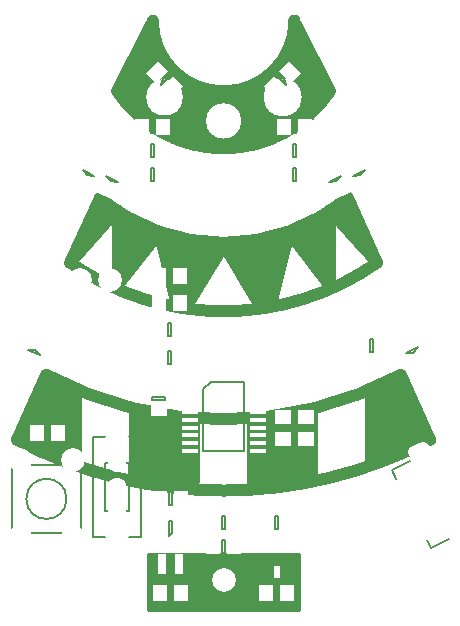
<source format=gto>
G04 #@! TF.FileFunction,Legend,Top*
%FSLAX46Y46*%
G04 Gerber Fmt 4.6, Leading zero omitted, Abs format (unit mm)*
G04 Created by KiCad (PCBNEW 4.0.2+e4-6225~38~ubuntu14.04.1-stable) date Wed 26 Oct 2016 16:13:24 BST*
%MOMM*%
G01*
G04 APERTURE LIST*
%ADD10C,0.100000*%
%ADD11C,1.000000*%
%ADD12C,0.200000*%
%ADD13C,0.150000*%
%ADD14C,0.254000*%
%ADD15C,2.000000*%
%ADD16C,1.600000*%
%ADD17R,1.150000X1.450000*%
%ADD18R,1.450000X1.150000*%
%ADD19R,0.800000X1.700000*%
%ADD20R,0.950000X0.400000*%
%ADD21R,0.600000X1.000000*%
%ADD22C,0.787000*%
%ADD23C,1.000000*%
%ADD24R,1.350000X0.450000*%
G04 APERTURE END LIST*
D10*
D11*
X146000000Y-118500000D02*
X147000000Y-120500000D01*
X146000000Y-119000000D02*
X146000000Y-120500000D01*
X145500000Y-117000000D02*
X145000000Y-116500000D01*
X145500000Y-121000000D02*
X145500000Y-117000000D01*
X144500000Y-115500000D02*
X144500000Y-121500000D01*
X144000000Y-116000000D02*
X144000000Y-121500000D01*
X143500000Y-116500000D02*
X143500000Y-121500000D01*
X143000000Y-122000000D02*
X143000000Y-116500000D01*
X113500000Y-118500000D02*
X113500000Y-121000000D01*
X114500000Y-116500000D02*
X115000000Y-116000000D01*
X114500000Y-121500000D02*
X114500000Y-116500000D01*
X115500000Y-115500000D02*
X115500000Y-121500000D01*
X116500000Y-122000000D02*
X116500000Y-116000000D01*
X136500000Y-124000000D02*
X136500000Y-118500000D01*
X135500000Y-118500000D02*
X135500000Y-124000000D01*
X134500000Y-124500000D02*
X134500000Y-118500000D01*
X133500000Y-119000000D02*
X133500000Y-124500000D01*
X126500000Y-124500000D02*
X126500000Y-119000000D01*
X125500000Y-118500000D02*
X125500000Y-124000000D01*
X123500000Y-123500000D02*
X123500000Y-124000000D01*
X124500000Y-118500000D02*
X124500000Y-124000000D01*
X123500000Y-118500000D02*
X123500000Y-123500000D01*
X117500000Y-116500000D02*
X117500000Y-122500000D01*
X122500000Y-118000000D02*
X122500000Y-123500000D01*
X127500000Y-119000000D02*
X127500000Y-124000000D01*
X142500000Y-116500000D02*
X142500000Y-122500000D01*
X137500000Y-118000000D02*
X137500000Y-123500000D01*
X132500000Y-119000000D02*
X132500000Y-124500000D01*
X145000000Y-115000000D02*
X147500000Y-120500000D01*
X112500000Y-120500000D02*
X115000000Y-115000000D01*
X112500001Y-120500000D02*
G75*
G03X147500000Y-120500000I17499999J33500000D01*
G01*
X115000000Y-115000000D02*
G75*
G03X145000000Y-115000000I15000000J28000000D01*
G01*
X130000000Y-104000000D02*
X133000000Y-109000000D01*
X130000000Y-104000000D02*
X127000000Y-109000000D01*
X123500000Y-88500000D02*
X123500000Y-89500000D01*
X124500000Y-89000000D02*
X123500000Y-88500000D01*
X124000000Y-87000000D02*
X124500000Y-89000000D01*
X122000000Y-91000000D02*
X124000000Y-87000000D01*
X122500000Y-92000000D02*
X122000000Y-91000000D01*
X137000000Y-89500000D02*
X136000000Y-88500000D01*
X135000000Y-89000000D02*
X137000000Y-89500000D01*
X136000000Y-87000000D02*
X135000000Y-89000000D01*
X138000000Y-91000000D02*
X136000000Y-87000000D01*
X137500000Y-92000000D02*
X138000000Y-91000000D01*
X131500000Y-91500000D02*
X132000000Y-92000000D01*
X132500000Y-91500000D02*
X131500000Y-91500000D01*
X133000000Y-93500000D02*
X132500000Y-91500000D01*
X132500000Y-94000000D02*
X133000000Y-93500000D01*
X132500000Y-94500000D02*
X133500000Y-94000000D01*
X132000000Y-95000000D02*
X135000000Y-94000000D01*
X127000000Y-95000000D02*
X128000000Y-95000000D01*
X126000000Y-94500000D02*
X128000000Y-94500000D01*
X125500000Y-94000000D02*
X127500000Y-94000000D01*
X128000000Y-93500000D02*
X126500000Y-93500000D01*
X128000000Y-93000000D02*
X127000000Y-93000000D01*
X128000000Y-92500000D02*
X127500000Y-92500000D01*
X128500000Y-91500000D02*
X127500000Y-91500000D01*
X127061553Y-91500000D02*
G75*
G03X127061553Y-91500000I-2061553J0D01*
G01*
X137121320Y-91500000D02*
G75*
G03X137121320Y-91500000I-2121320J0D01*
G01*
X132000000Y-93500000D02*
G75*
G03X132000000Y-93500000I-2000000J0D01*
G01*
X136000000Y-85000000D02*
X139000000Y-91000000D01*
X121000000Y-91000000D02*
X124000000Y-85000000D01*
X121000000Y-91000000D02*
G75*
G03X139000000Y-91000000I9000000J6000000D01*
G01*
X124000000Y-85000000D02*
G75*
G03X136000000Y-85000000I6000000J0D01*
G01*
X138000000Y-104000000D02*
X138000000Y-103000000D01*
X137000000Y-103000000D02*
X138000000Y-104000000D01*
X138500000Y-102500000D02*
X137000000Y-103000000D01*
X138500000Y-106000000D02*
X138500000Y-102500000D01*
X136500000Y-103000000D02*
X138500000Y-106000000D01*
X134000000Y-104500000D02*
X133000000Y-105000000D01*
X133500000Y-106000000D02*
X134000000Y-104500000D01*
X131500000Y-104500000D02*
X133500000Y-106000000D01*
X134500000Y-104000000D02*
X131500000Y-104500000D01*
X134000000Y-107500000D02*
X134500000Y-104000000D01*
X131000000Y-104500000D02*
X134000000Y-107500000D01*
X128000000Y-105000000D02*
X127000000Y-105000000D01*
X127000000Y-106500000D02*
X128000000Y-105000000D01*
X126000000Y-104000000D02*
X127000000Y-106500000D01*
X129000000Y-104500000D02*
X126000000Y-104000000D01*
X126500000Y-107500000D02*
X129000000Y-104500000D01*
X125500000Y-103500000D02*
X126500000Y-107500000D01*
X123500000Y-103500000D02*
X123000000Y-104000000D01*
X123000000Y-103500000D02*
X123500000Y-103000000D01*
X122500000Y-102500000D02*
X123000000Y-103500000D01*
X122500000Y-105000000D02*
X122500000Y-102500000D01*
X122000000Y-102500000D02*
X122500000Y-105000000D01*
X121500000Y-106000000D02*
X122000000Y-102500000D01*
X121500000Y-102000000D02*
X121500000Y-106000000D01*
X118500000Y-103000000D02*
X120000000Y-101000000D01*
X141500000Y-103000000D02*
X140000000Y-101000000D01*
X143000000Y-105500000D02*
X140500000Y-100000000D01*
X117000000Y-105500000D02*
X119500000Y-100000000D01*
X139000000Y-101000000D02*
X143000000Y-105500000D01*
X139000000Y-107500000D02*
X139000000Y-101000000D01*
X135500000Y-103000000D02*
X139000000Y-107500000D01*
X134000000Y-109000000D02*
X135500000Y-103000000D01*
X130000000Y-104000000D02*
X134000000Y-109000000D01*
X121000000Y-101000000D02*
X117000000Y-105500000D01*
X121000000Y-107500000D02*
X121000000Y-101000000D01*
X124500000Y-103000000D02*
X121000000Y-107500000D01*
X126000000Y-109000000D02*
X124500000Y-103000000D01*
X130000000Y-104000000D02*
X126000000Y-109000000D01*
X117000000Y-105500000D02*
G75*
G03X143000000Y-105500000I13000000J18500000D01*
G01*
X119500000Y-100000000D02*
G75*
G03X140500000Y-100000000I10500000J12500000D01*
G01*
D12*
X116700000Y-125500000D02*
G75*
G03X116700000Y-125500000I-1700000J0D01*
G01*
X117900000Y-128400000D02*
X112100000Y-128400000D01*
X117900000Y-122600000D02*
X117900000Y-128400000D01*
X112100000Y-122600000D02*
X117900000Y-122600000D01*
X112100000Y-128400000D02*
X112100000Y-122600000D01*
X118950000Y-128700000D02*
X118950000Y-120300000D01*
X118950000Y-120300000D02*
X123050000Y-120300000D01*
X123050000Y-120300000D02*
X123050000Y-128700000D01*
X123050000Y-128700000D02*
X118950000Y-128700000D01*
X120000000Y-126500000D02*
X120000000Y-122500000D01*
X120000000Y-122500000D02*
X122000000Y-122500000D01*
X122000000Y-122500000D02*
X122000000Y-126500000D01*
X122000000Y-126500000D02*
X120000000Y-126500000D01*
D13*
X129875000Y-128050000D02*
X129875000Y-126950000D01*
X130125000Y-128050000D02*
X129875000Y-128050000D01*
X130125000Y-126950000D02*
X130125000Y-128050000D01*
X129875000Y-126950000D02*
X130125000Y-126950000D01*
X124125000Y-98550000D02*
X123875000Y-98550000D01*
X123875000Y-98550000D02*
X123875000Y-97450000D01*
X123875000Y-97450000D02*
X124125000Y-97450000D01*
X124125000Y-97450000D02*
X124125000Y-98550000D01*
X115225000Y-119350000D02*
X115225000Y-120450000D01*
X114975000Y-119350000D02*
X115225000Y-119350000D01*
X114975000Y-120450000D02*
X114975000Y-119350000D01*
X115225000Y-120450000D02*
X114975000Y-120450000D01*
X124125000Y-96550000D02*
X123875000Y-96550000D01*
X123875000Y-96550000D02*
X123875000Y-95450000D01*
X123875000Y-95450000D02*
X124125000Y-95450000D01*
X124125000Y-95450000D02*
X124125000Y-96550000D01*
X124125000Y-93450000D02*
X124125000Y-94550000D01*
X123875000Y-93450000D02*
X124125000Y-93450000D01*
X123875000Y-94550000D02*
X123875000Y-93450000D01*
X124125000Y-94550000D02*
X123875000Y-94550000D01*
X142375000Y-111950000D02*
X142625000Y-111950000D01*
X142625000Y-111950000D02*
X142625000Y-113050000D01*
X142625000Y-113050000D02*
X142375000Y-113050000D01*
X142375000Y-113050000D02*
X142375000Y-111950000D01*
X135875000Y-94550000D02*
X135875000Y-93450000D01*
X136125000Y-94550000D02*
X135875000Y-94550000D01*
X136125000Y-93450000D02*
X136125000Y-94550000D01*
X135875000Y-93450000D02*
X136125000Y-93450000D01*
X135875000Y-95450000D02*
X136125000Y-95450000D01*
X136125000Y-95450000D02*
X136125000Y-96550000D01*
X136125000Y-96550000D02*
X135875000Y-96550000D01*
X135875000Y-96550000D02*
X135875000Y-95450000D01*
X135875000Y-98550000D02*
X135875000Y-97450000D01*
X136125000Y-98550000D02*
X135875000Y-98550000D01*
X136125000Y-97450000D02*
X136125000Y-98550000D01*
X135875000Y-97450000D02*
X136125000Y-97450000D01*
X130125000Y-130050000D02*
X129875000Y-130050000D01*
X129875000Y-130050000D02*
X129875000Y-128950000D01*
X129875000Y-128950000D02*
X130125000Y-128950000D01*
X130125000Y-128950000D02*
X130125000Y-130050000D01*
X125525000Y-106050000D02*
X125525000Y-107150000D01*
X125275000Y-106050000D02*
X125525000Y-106050000D01*
X125275000Y-107150000D02*
X125275000Y-106050000D01*
X125525000Y-107150000D02*
X125275000Y-107150000D01*
X125375000Y-124950000D02*
X125625000Y-124950000D01*
X125625000Y-124950000D02*
X125625000Y-126050000D01*
X125625000Y-126050000D02*
X125375000Y-126050000D01*
X125375000Y-126050000D02*
X125375000Y-124950000D01*
X134375000Y-128050000D02*
X134375000Y-126950000D01*
X134625000Y-128050000D02*
X134375000Y-128050000D01*
X134625000Y-126950000D02*
X134625000Y-128050000D01*
X134375000Y-126950000D02*
X134625000Y-126950000D01*
X134375000Y-132950000D02*
X134625000Y-132950000D01*
X134625000Y-132950000D02*
X134625000Y-134050000D01*
X134625000Y-134050000D02*
X134375000Y-134050000D01*
X134375000Y-134050000D02*
X134375000Y-132950000D01*
X125625000Y-132950000D02*
X125625000Y-134050000D01*
X125375000Y-132950000D02*
X125625000Y-132950000D01*
X125375000Y-134050000D02*
X125375000Y-132950000D01*
X125625000Y-134050000D02*
X125375000Y-134050000D01*
X125050000Y-116875000D02*
X125050000Y-117125000D01*
X125050000Y-117125000D02*
X123950000Y-117125000D01*
X123950000Y-117125000D02*
X123950000Y-116875000D01*
X123950000Y-116875000D02*
X125050000Y-116875000D01*
X137550000Y-119625000D02*
X136450000Y-119625000D01*
X137550000Y-119375000D02*
X137550000Y-119625000D01*
X136450000Y-119375000D02*
X137550000Y-119375000D01*
X136450000Y-119625000D02*
X136450000Y-119375000D01*
X134450000Y-119625000D02*
X134450000Y-119375000D01*
X134450000Y-119375000D02*
X135550000Y-119375000D01*
X135550000Y-119375000D02*
X135550000Y-119625000D01*
X135550000Y-119625000D02*
X134450000Y-119625000D01*
X118064185Y-97641963D02*
X119047755Y-98134498D01*
X118444030Y-98111769D02*
X119047755Y-98134498D01*
X118444030Y-98111769D02*
X118064185Y-97641963D01*
X139555970Y-98611769D02*
X138952245Y-98634498D01*
X139555970Y-98611769D02*
X139935815Y-98141963D01*
X138952245Y-98634498D02*
X139935815Y-98141963D01*
X140952245Y-98134498D02*
X141935815Y-97641963D01*
X141555970Y-98111769D02*
X141935815Y-97641963D01*
X141555970Y-98111769D02*
X140952245Y-98134498D01*
X135088388Y-89911612D02*
X135300520Y-90477297D01*
X135088388Y-89911612D02*
X134522703Y-89699480D01*
X135300520Y-90477297D02*
X134522703Y-89699480D01*
X145452245Y-113134498D02*
X146435815Y-112641963D01*
X146055970Y-113111769D02*
X146435815Y-112641963D01*
X146055970Y-113111769D02*
X145452245Y-113134498D01*
X120444030Y-98611769D02*
X120064185Y-98141963D01*
X120444030Y-98611769D02*
X121047755Y-98634498D01*
X120064185Y-98141963D02*
X121047755Y-98634498D01*
X114435815Y-113358037D02*
X113452245Y-112865502D01*
X114055970Y-112888231D02*
X113452245Y-112865502D01*
X114055970Y-112888231D02*
X114435815Y-113358037D01*
X124911612Y-89911612D02*
X125477297Y-89699480D01*
X124911612Y-89911612D02*
X124699480Y-90477297D01*
X125477297Y-89699480D02*
X124699480Y-90477297D01*
X125650000Y-131725000D02*
X125350000Y-131725000D01*
X125350000Y-131725000D02*
X125350000Y-130275000D01*
X125350000Y-130275000D02*
X125650000Y-130275000D01*
X125650000Y-130275000D02*
X125650000Y-131725000D01*
X147544940Y-129664340D02*
X149065002Y-128903150D01*
X147186732Y-128949017D02*
X147544940Y-129664340D01*
X144231523Y-123047599D02*
X144612118Y-123807630D01*
X145751585Y-122286408D02*
X144231523Y-123047599D01*
X125375000Y-128650000D02*
X125375000Y-128650000D01*
X125375000Y-128650000D02*
X125375000Y-127350000D01*
X125375000Y-127350000D02*
X125625000Y-127350000D01*
X125625000Y-127350000D02*
X125625000Y-128400000D01*
X125625000Y-128400000D02*
X125375000Y-128650000D01*
X135450000Y-130650000D02*
X135450000Y-130650000D01*
X135450000Y-130650000D02*
X133550000Y-130650000D01*
X133550000Y-130650000D02*
X133550000Y-130350000D01*
X133550000Y-130350000D02*
X135150000Y-130350000D01*
X135150000Y-130350000D02*
X135450000Y-130650000D01*
X128900000Y-115575000D02*
X131700000Y-115575000D01*
X131700000Y-115575000D02*
X131700000Y-121425000D01*
X131700000Y-121425000D02*
X128300000Y-121425000D01*
X128300000Y-121425000D02*
X128300000Y-116175000D01*
X128300000Y-116175000D02*
X128900000Y-115575000D01*
X125275000Y-112950000D02*
X125525000Y-112950000D01*
X125525000Y-112950000D02*
X125525000Y-114050000D01*
X125525000Y-114050000D02*
X125275000Y-114050000D01*
X125275000Y-114050000D02*
X125275000Y-112950000D01*
X125275000Y-108350000D02*
X125525000Y-108350000D01*
X125525000Y-108350000D02*
X125525000Y-109450000D01*
X125525000Y-109450000D02*
X125275000Y-109450000D01*
X125275000Y-109450000D02*
X125275000Y-108350000D01*
X125275000Y-110650000D02*
X125525000Y-110650000D01*
X125525000Y-110650000D02*
X125525000Y-111750000D01*
X125525000Y-111750000D02*
X125275000Y-111750000D01*
X125275000Y-111750000D02*
X125275000Y-110650000D01*
D14*
G36*
X136373000Y-134873000D02*
X123627000Y-134873000D01*
X123627000Y-130127000D01*
X136373000Y-130127000D01*
X136373000Y-134873000D01*
X136373000Y-134873000D01*
G37*
X136373000Y-134873000D02*
X123627000Y-134873000D01*
X123627000Y-130127000D01*
X136373000Y-130127000D01*
X136373000Y-134873000D01*
%LPC*%
D12*
X130100000Y-93500000D02*
G75*
G03X130100000Y-93500000I-100000J0D01*
G01*
X130300000Y-93500000D02*
G75*
G03X130300000Y-93500000I-300000J0D01*
G01*
X130452769Y-93500000D02*
G75*
G03X130452769Y-93500000I-452769J0D01*
G01*
X130600000Y-93500000D02*
G75*
G03X130600000Y-93500000I-600000J0D01*
G01*
X130800000Y-93500000D02*
G75*
G03X130800000Y-93500000I-800000J0D01*
G01*
X130950000Y-93500000D02*
G75*
G03X130950000Y-93500000I-950000J0D01*
G01*
X131100000Y-93500000D02*
G75*
G03X131100000Y-93500000I-1100000J0D01*
G01*
X131250000Y-93500000D02*
G75*
G03X131250000Y-93500000I-1250000J0D01*
G01*
X131408013Y-93500000D02*
G75*
G03X131408013Y-93500000I-1408013J0D01*
G01*
D15*
X117860000Y-106980000D03*
X117860000Y-109520000D03*
X117860000Y-112060000D03*
X117860000Y-114600000D03*
X120400000Y-114600000D03*
X120400000Y-112060000D03*
X120400000Y-109520000D03*
X120400000Y-106980000D03*
X112750000Y-128750000D03*
X117250000Y-128750000D03*
X117250000Y-122250000D03*
X112750000Y-122250000D03*
X130000000Y-87650000D03*
X130000000Y-132350000D03*
D16*
X121000000Y-124500000D03*
X121000000Y-126500000D03*
X121000000Y-122500000D03*
D15*
X121000000Y-120400000D03*
X121000000Y-128600000D03*
D17*
X130900000Y-127500000D03*
X129100000Y-127500000D03*
X124900000Y-98000000D03*
X123100000Y-98000000D03*
X114200000Y-119900000D03*
X116000000Y-119900000D03*
X124900000Y-96000000D03*
X123100000Y-96000000D03*
X123100000Y-94000000D03*
X124900000Y-94000000D03*
X141600000Y-112500000D03*
X143400000Y-112500000D03*
X136900000Y-94000000D03*
X135100000Y-94000000D03*
X135100000Y-96000000D03*
X136900000Y-96000000D03*
X136900000Y-98000000D03*
X135100000Y-98000000D03*
X130900000Y-129500000D03*
X129100000Y-129500000D03*
X124500000Y-106600000D03*
X126300000Y-106600000D03*
X124600000Y-125500000D03*
X126400000Y-125500000D03*
X135400000Y-127500000D03*
X133600000Y-127500000D03*
X133600000Y-133500000D03*
X135400000Y-133500000D03*
X124600000Y-133500000D03*
X126400000Y-133500000D03*
D18*
X124500000Y-116100000D03*
X124500000Y-117900000D03*
X137000000Y-118600000D03*
X137000000Y-120400000D03*
X135000000Y-120400000D03*
X135000000Y-118600000D03*
D10*
G36*
X119293783Y-98034025D02*
X117997260Y-97384774D01*
X118512183Y-96356497D01*
X119808706Y-97005748D01*
X119293783Y-98034025D01*
X119293783Y-98034025D01*
G37*
G36*
X118487817Y-99643503D02*
X117191294Y-98994252D01*
X117706217Y-97965975D01*
X119002740Y-98615226D01*
X118487817Y-99643503D01*
X118487817Y-99643503D01*
G37*
G36*
X140808706Y-99494252D02*
X139512183Y-100143503D01*
X138997260Y-99115226D01*
X140293783Y-98465975D01*
X140808706Y-99494252D01*
X140808706Y-99494252D01*
G37*
G36*
X140002740Y-97884774D02*
X138706217Y-98534025D01*
X138191294Y-97505748D01*
X139487817Y-96856497D01*
X140002740Y-97884774D01*
X140002740Y-97884774D01*
G37*
G36*
X142002740Y-97384774D02*
X140706217Y-98034025D01*
X140191294Y-97005748D01*
X141487817Y-96356497D01*
X142002740Y-97384774D01*
X142002740Y-97384774D01*
G37*
G36*
X142808706Y-98994252D02*
X141512183Y-99643503D01*
X140997260Y-98615226D01*
X142293783Y-97965975D01*
X142808706Y-98994252D01*
X142808706Y-98994252D01*
G37*
G36*
X135530330Y-88444365D02*
X136555635Y-89469670D01*
X135742462Y-90282843D01*
X134717157Y-89257538D01*
X135530330Y-88444365D01*
X135530330Y-88444365D01*
G37*
G36*
X134257538Y-89717157D02*
X135282843Y-90742462D01*
X134469670Y-91555635D01*
X133444365Y-90530330D01*
X134257538Y-89717157D01*
X134257538Y-89717157D01*
G37*
G36*
X146502740Y-112384774D02*
X145206217Y-113034025D01*
X144691294Y-112005748D01*
X145987817Y-111356497D01*
X146502740Y-112384774D01*
X146502740Y-112384774D01*
G37*
G36*
X147308706Y-113994252D02*
X146012183Y-114643503D01*
X145497260Y-113615226D01*
X146793783Y-112965975D01*
X147308706Y-113994252D01*
X147308706Y-113994252D01*
G37*
G36*
X120487817Y-100143503D02*
X119191294Y-99494252D01*
X119706217Y-98465975D01*
X121002740Y-99115226D01*
X120487817Y-100143503D01*
X120487817Y-100143503D01*
G37*
G36*
X121293783Y-98534025D02*
X119997260Y-97884774D01*
X120512183Y-96856497D01*
X121808706Y-97505748D01*
X121293783Y-98534025D01*
X121293783Y-98534025D01*
G37*
G36*
X113206217Y-112965975D02*
X114502740Y-113615226D01*
X113987817Y-114643503D01*
X112691294Y-113994252D01*
X113206217Y-112965975D01*
X113206217Y-112965975D01*
G37*
G36*
X114012183Y-111356497D02*
X115308706Y-112005748D01*
X114793783Y-113034025D01*
X113497260Y-112384774D01*
X114012183Y-111356497D01*
X114012183Y-111356497D01*
G37*
G36*
X123444365Y-89469670D02*
X124469670Y-88444365D01*
X125282843Y-89257538D01*
X124257538Y-90282843D01*
X123444365Y-89469670D01*
X123444365Y-89469670D01*
G37*
G36*
X124717157Y-90742462D02*
X125742462Y-89717157D01*
X126555635Y-90530330D01*
X125530330Y-91555635D01*
X124717157Y-90742462D01*
X124717157Y-90742462D01*
G37*
D19*
X126250000Y-131000000D03*
X124750000Y-131000000D03*
D10*
G36*
X146693106Y-126176593D02*
X145485998Y-126781068D01*
X145306894Y-126423407D01*
X146514002Y-125818932D01*
X146693106Y-126176593D01*
X146693106Y-126176593D01*
G37*
G36*
X146402063Y-125595392D02*
X145194955Y-126199867D01*
X145015851Y-125842206D01*
X146222959Y-125237731D01*
X146402063Y-125595392D01*
X146402063Y-125595392D01*
G37*
G36*
X146984150Y-126757793D02*
X145777042Y-127362268D01*
X145597938Y-127004607D01*
X146805046Y-126400132D01*
X146984150Y-126757793D01*
X146984150Y-126757793D01*
G37*
G36*
X147275193Y-127338993D02*
X146068085Y-127943468D01*
X145888981Y-127585807D01*
X147096089Y-126981332D01*
X147275193Y-127338993D01*
X147275193Y-127338993D01*
G37*
G36*
X146111020Y-125014192D02*
X144903912Y-125618667D01*
X144724808Y-125261006D01*
X145931916Y-124656531D01*
X146111020Y-125014192D01*
X146111020Y-125014192D01*
G37*
D11*
X144601367Y-124511998D02*
X144824905Y-124400058D01*
X146593895Y-128490984D02*
X146817433Y-128379044D01*
D10*
G36*
X149129370Y-124453335D02*
X147430477Y-125304077D01*
X146624510Y-123694599D01*
X148323403Y-122843857D01*
X149129370Y-124453335D01*
X149129370Y-124453335D01*
G37*
G36*
X150159216Y-126509889D02*
X148460323Y-127360631D01*
X147654356Y-125751153D01*
X149353249Y-124900411D01*
X150159216Y-126509889D01*
X150159216Y-126509889D01*
G37*
G36*
X148077136Y-122352072D02*
X146378243Y-123202815D01*
X145673022Y-121794522D01*
X147371915Y-120943779D01*
X148077136Y-122352072D01*
X148077136Y-122352072D01*
G37*
D11*
X146120100Y-121570642D02*
X146924838Y-121167658D01*
D10*
G36*
X151110704Y-128409966D02*
X149411811Y-129260709D01*
X148706590Y-127852416D01*
X150405483Y-127001673D01*
X151110704Y-128409966D01*
X151110704Y-128409966D01*
G37*
D11*
X149858888Y-129036830D02*
X150663626Y-128633846D01*
D20*
X126600000Y-128650000D03*
X126600000Y-128000000D03*
X126600000Y-127350000D03*
X124400000Y-127350000D03*
X124400000Y-128000000D03*
X124400000Y-128650000D03*
D21*
X135450000Y-129350000D03*
X133550000Y-129350000D03*
X134500000Y-131650000D03*
D22*
X139140000Y-114270000D03*
X137870000Y-114270000D03*
X139140000Y-113000000D03*
X137870000Y-113000000D03*
X139140000Y-111730000D03*
X137870000Y-111730000D03*
D23*
X138505000Y-115540000D03*
X139521000Y-110460000D03*
X137489000Y-110460000D03*
D24*
X127125000Y-115575000D03*
X127125000Y-116225000D03*
X127125000Y-116875000D03*
X127125000Y-117525000D03*
X127125000Y-118175000D03*
X127125000Y-118825000D03*
X127125000Y-119475000D03*
X127125000Y-120125000D03*
X127125000Y-120775000D03*
X127125000Y-121425000D03*
X132875000Y-121425000D03*
X132875000Y-120775000D03*
X132875000Y-120125000D03*
X132875000Y-119475000D03*
X132875000Y-118825000D03*
X132875000Y-118175000D03*
X132875000Y-117525000D03*
X132875000Y-116875000D03*
X132875000Y-116225000D03*
X132875000Y-115575000D03*
D17*
X124500000Y-113500000D03*
X126300000Y-113500000D03*
X124500000Y-108900000D03*
X126300000Y-108900000D03*
X124500000Y-111200000D03*
X126300000Y-111200000D03*
D10*
G36*
X120450000Y-106912250D02*
X117877122Y-105387582D01*
X120450000Y-102433536D01*
X120450000Y-106912250D01*
X120450000Y-106912250D01*
G37*
X120450000Y-106912250D02*
X117877122Y-105387582D01*
X120450000Y-102433536D01*
X120450000Y-106912250D01*
G36*
X125330744Y-108527247D02*
X121783786Y-107472746D01*
X124276243Y-104213379D01*
X125330744Y-108527247D01*
X125330744Y-108527247D01*
G37*
X125330744Y-108527247D02*
X121783786Y-107472746D01*
X124276243Y-104213379D01*
X125330744Y-108527247D01*
G36*
X138266090Y-107423434D02*
X134670497Y-108526083D01*
X135773145Y-104211371D01*
X138266090Y-107423434D01*
X138266090Y-107423434D01*
G37*
X138266090Y-107423434D02*
X134670497Y-108526083D01*
X135773145Y-104211371D01*
X138266090Y-107423434D01*
G36*
X142171049Y-105387104D02*
X139550000Y-106864422D01*
X139550000Y-102480122D01*
X142171049Y-105387104D01*
X142171049Y-105387104D01*
G37*
X142171049Y-105387104D02*
X139550000Y-106864422D01*
X139550000Y-102480122D01*
X142171049Y-105387104D01*
M02*

</source>
